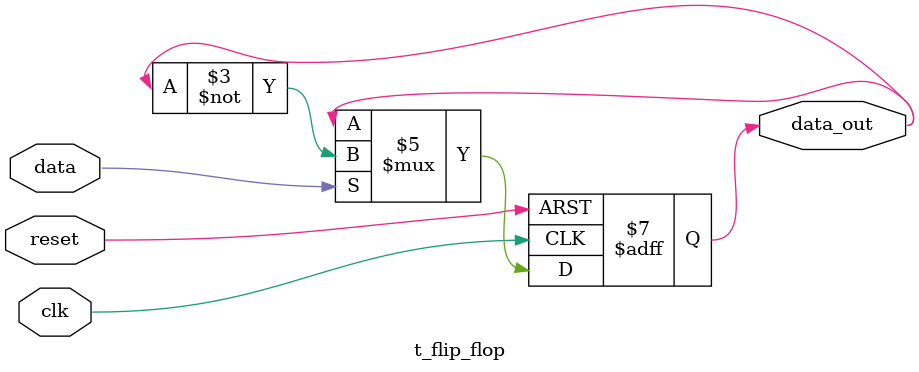
<source format=v>
`timescale 1ns / 1ps


module t_flip_flop(
    
    input clk,
    input reset,
    input data,
    output reg data_out
);
    always@(posedge clk , negedge reset)begin
        if(!reset)begin
            data_out <= 1'b0;
        end else begin
            if(data)
                data_out <= ~data_out;
            else
                data_out <= data_out;
        end
    end
endmodule

</source>
